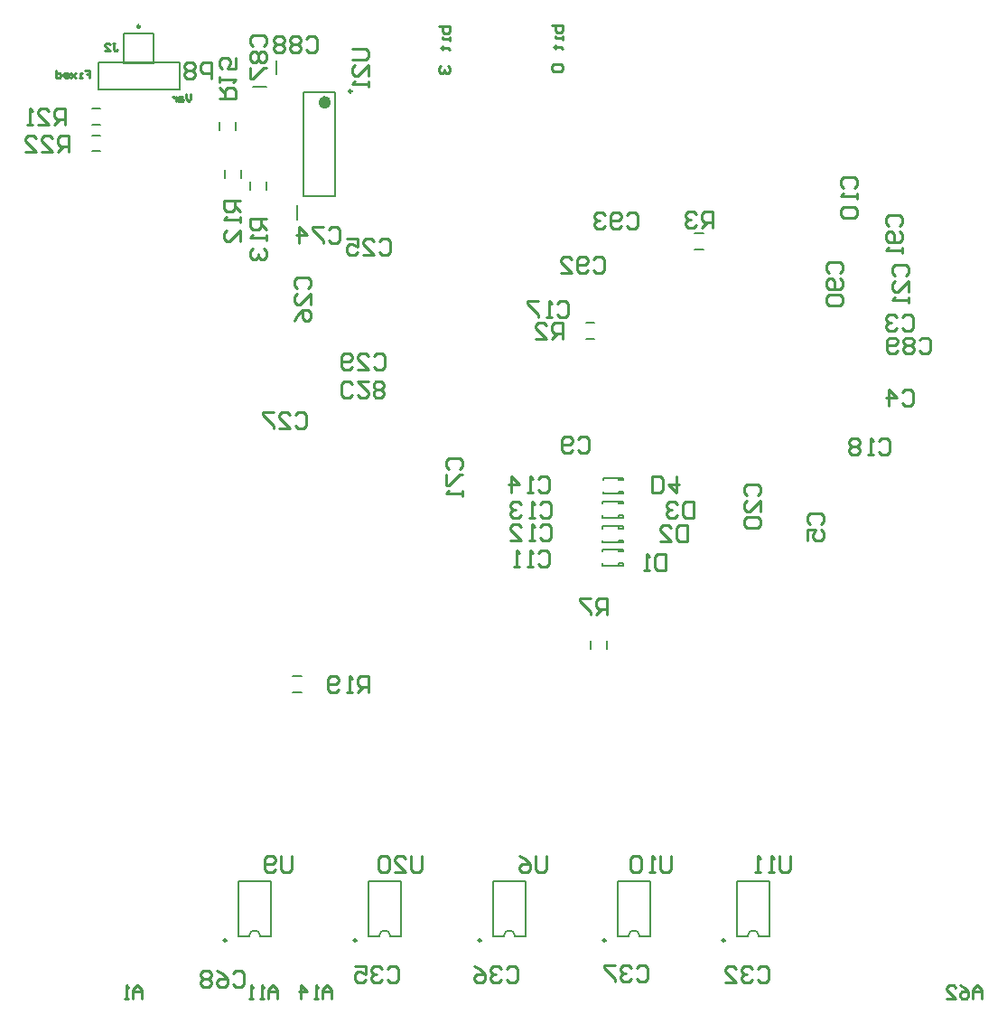
<source format=gbo>
%FSAX25Y25*%
%MOIN*%
G70*
G01*
G75*
G04 Layer_Color=32896*
%ADD10R,0.41339X0.33071*%
%ADD11R,0.04134X0.12992*%
%ADD12R,0.05118X0.05906*%
%ADD13R,0.10000X0.15000*%
%ADD14O,0.10000X0.15000*%
%ADD15R,0.20000X0.09500*%
%ADD16R,0.20000X0.04500*%
%ADD17R,0.04331X0.05512*%
%ADD18R,0.05512X0.04331*%
%ADD19R,0.08661X0.07874*%
%ADD20R,0.04331X0.06693*%
%ADD21R,0.01575X0.08465*%
%ADD22R,0.01575X0.08465*%
%ADD23R,0.06693X0.04331*%
%ADD24R,0.07874X0.08661*%
%ADD25R,0.08000X0.07200*%
%ADD26O,0.06500X0.03000*%
%ADD27R,0.06500X0.03000*%
%ADD28O,0.04000X0.20000*%
%ADD29R,0.01181X0.03169*%
%ADD30R,0.03169X0.01181*%
%ADD31R,0.26378X0.26378*%
%ADD32R,0.06496X0.01181*%
%ADD33R,0.33071X0.41339*%
%ADD34R,0.12992X0.04134*%
%ADD35R,0.04331X0.02559*%
%ADD36O,0.07480X0.02362*%
%ADD37C,0.01969*%
%ADD38O,0.02362X0.08661*%
%ADD39R,0.10236X0.05906*%
%ADD40R,0.04000X0.16000*%
%ADD41R,0.16000X0.04000*%
%ADD42R,0.05906X0.05118*%
%ADD43O,0.03150X0.00984*%
%ADD44O,0.00984X0.03150*%
%ADD45R,0.10236X0.10236*%
%ADD46C,0.03543*%
%ADD47C,0.00500*%
%ADD48C,0.03150*%
%ADD49C,0.00787*%
%ADD50C,0.01000*%
%ADD51C,0.01181*%
%ADD52C,0.01969*%
%ADD53C,0.03937*%
%ADD54C,0.02362*%
%ADD55C,0.01575*%
%ADD56C,0.00900*%
%ADD57R,0.11909X0.03543*%
%ADD58R,0.09843X0.09843*%
%ADD59C,0.09843*%
%ADD60R,0.05906X0.05906*%
%ADD61C,0.05906*%
%ADD62C,0.05000*%
%ADD63C,0.14961*%
%ADD64C,0.06299*%
%ADD65R,0.06299X0.06299*%
%ADD66C,0.02598*%
%ADD67C,0.03150*%
%ADD68R,0.05709X0.02165*%
%ADD69O,0.07874X0.01378*%
%ADD70C,0.00984*%
%ADD71C,0.00394*%
%ADD72C,0.00600*%
%ADD73C,0.00720*%
%ADD74C,0.00800*%
%ADD75C,0.00300*%
%ADD76R,0.00100X0.00100*%
%ADD77R,3.15000X0.30000*%
%ADD78R,0.42139X0.33871*%
%ADD79R,0.04934X0.13792*%
%ADD80R,0.05918X0.06706*%
%ADD81R,0.10800X0.15800*%
%ADD82O,0.10800X0.15800*%
%ADD83R,0.20800X0.10300*%
%ADD84R,0.20800X0.05300*%
%ADD85R,0.05131X0.06312*%
%ADD86R,0.06312X0.05131*%
%ADD87R,0.09461X0.08674*%
%ADD88R,0.05131X0.07493*%
%ADD89R,0.02375X0.09265*%
%ADD90R,0.02375X0.09265*%
%ADD91R,0.07493X0.05131*%
%ADD92R,0.08674X0.09461*%
%ADD93R,0.08800X0.08000*%
%ADD94O,0.07300X0.03800*%
%ADD95R,0.07300X0.03800*%
%ADD96O,0.04800X0.20800*%
%ADD97R,0.01981X0.03969*%
%ADD98R,0.03969X0.01981*%
%ADD99R,0.27178X0.27178*%
%ADD100R,0.07296X0.01981*%
%ADD101R,0.33871X0.42139*%
%ADD102R,0.13792X0.04934*%
%ADD103R,0.05131X0.03359*%
%ADD104O,0.08280X0.03162*%
%ADD105C,0.02769*%
%ADD106O,0.03162X0.09461*%
%ADD107R,0.11036X0.06706*%
%ADD108R,0.04800X0.16800*%
%ADD109R,0.16800X0.04800*%
%ADD110R,0.06706X0.05918*%
%ADD111O,0.03950X0.01784*%
%ADD112O,0.01784X0.03950*%
%ADD113R,0.11036X0.11036*%
%ADD114R,0.10642X0.10642*%
%ADD115C,0.10642*%
%ADD116R,0.06706X0.06706*%
%ADD117C,0.06706*%
%ADD118C,0.05800*%
%ADD119C,0.15761*%
%ADD120C,0.07099*%
%ADD121R,0.07099X0.07099*%
%ADD122C,0.03950*%
%ADD123R,0.06509X0.02965*%
%ADD124O,0.08674X0.02178*%
%ADD125C,0.03398*%
D49*
X0364507Y0036964D02*
G03*
X0360438Y0036964I-0002034J0000000D01*
G01*
X0320507D02*
G03*
X0316438Y0036964I-0002034J0000000D01*
G01*
X0274506D02*
G03*
X0270438Y0036964I-0002034J0000000D01*
G01*
X0228506D02*
G03*
X0224438Y0036964I-0002034J0000000D01*
G01*
X0180507D02*
G03*
X0176438Y0036964I-0002034J0000000D01*
G01*
X0314370Y0178740D02*
Y0179528D01*
X0306890Y0178740D02*
Y0179528D01*
X0314370Y0173622D02*
Y0174409D01*
X0306890Y0173622D02*
Y0174409D01*
Y0179528D02*
X0314370D01*
X0306890Y0173622D02*
X0314370D01*
X0312795Y0174409D02*
X0314370D01*
X0312795Y0173622D02*
Y0174409D01*
Y0178740D02*
Y0179528D01*
Y0178740D02*
X0314370D01*
X0314469Y0187303D02*
Y0188091D01*
X0306988Y0187303D02*
Y0188091D01*
X0314469Y0182185D02*
Y0182973D01*
X0306988Y0182185D02*
Y0182973D01*
Y0188091D02*
X0314469D01*
X0306988Y0182185D02*
X0314469D01*
X0312894Y0182973D02*
X0314469D01*
X0312894Y0182185D02*
Y0182973D01*
Y0187303D02*
Y0188091D01*
Y0187303D02*
X0314469D01*
Y0196358D02*
Y0197146D01*
X0306988Y0196358D02*
Y0197146D01*
X0314469Y0191240D02*
Y0192028D01*
X0306988Y0191240D02*
Y0192028D01*
Y0197146D02*
X0314469D01*
X0306988Y0191240D02*
X0314469D01*
X0312894Y0192028D02*
X0314469D01*
X0312894Y0191240D02*
Y0192028D01*
Y0196358D02*
Y0197146D01*
Y0196358D02*
X0314469D01*
X0314567Y0205217D02*
Y0206004D01*
X0307087Y0205217D02*
Y0206004D01*
X0314567Y0200098D02*
Y0200886D01*
X0307087Y0200098D02*
Y0200886D01*
Y0206004D02*
X0314567D01*
X0307087Y0200098D02*
X0314567D01*
X0312992Y0200886D02*
X0314567D01*
X0312992Y0200098D02*
Y0200886D01*
Y0205217D02*
Y0206004D01*
Y0205217D02*
X0314567D01*
X0340945Y0296161D02*
X0344094D01*
X0340945Y0290256D02*
X0344094D01*
X0300787Y0263091D02*
X0303937D01*
X0300787Y0257185D02*
X0303937D01*
X0171457Y0334154D02*
Y0337303D01*
X0165551Y0334154D02*
Y0337303D01*
X0173425Y0316437D02*
Y0319587D01*
X0167520Y0316437D02*
Y0319587D01*
X0192520Y0132776D02*
X0195669D01*
X0192520Y0126870D02*
X0195669D01*
X0302559Y0142815D02*
Y0145965D01*
X0308465Y0142815D02*
Y0145965D01*
X0368575Y0036964D02*
Y0057043D01*
X0356370Y0036964D02*
Y0057043D01*
X0368575D01*
X0364507Y0036964D02*
X0368575D01*
X0356370D02*
X0360438D01*
X0324575D02*
Y0057043D01*
X0312370Y0036964D02*
Y0057043D01*
X0324575D01*
X0320507Y0036964D02*
X0324575D01*
X0312370D02*
X0316438D01*
X0278575D02*
Y0057043D01*
X0266370Y0036964D02*
Y0057043D01*
X0278575D01*
X0274506Y0036964D02*
X0278575D01*
X0266370D02*
X0270438D01*
X0232575D02*
Y0057043D01*
X0220370Y0036964D02*
Y0057043D01*
X0232575D01*
X0228506Y0036964D02*
X0232575D01*
X0220370D02*
X0224438D01*
X0184575D02*
Y0057043D01*
X0172370Y0036964D02*
Y0057043D01*
X0184575D01*
X0180507Y0036964D02*
X0184575D01*
X0172370D02*
X0176438D01*
X0186614Y0354823D02*
Y0359941D01*
X0176969Y0312106D02*
Y0315256D01*
X0182874Y0312106D02*
Y0315256D01*
X0194095Y0301279D02*
Y0306398D01*
X0177756Y0350295D02*
X0182874D01*
X0208268Y0309744D02*
Y0348327D01*
X0196457Y0309744D02*
Y0348327D01*
X0208268D01*
X0196457Y0309744D02*
X0208268D01*
X0118405Y0326378D02*
X0121555D01*
X0118405Y0332283D02*
X0121555D01*
X0118504Y0342126D02*
X0121653D01*
X0118504Y0336221D02*
X0121653D01*
X0130157Y0369843D02*
X0141181D01*
X0130157Y0358819D02*
Y0369843D01*
Y0358819D02*
X0141181D01*
X0141181Y0358819D02*
Y0369843D01*
X0150669Y0349331D02*
Y0359331D01*
X0120669D02*
X0150669D01*
X0120669Y0349331D02*
Y0359331D01*
Y0349331D02*
X0150669D01*
D50*
X0220374Y0126870D02*
Y0132868D01*
X0217375D01*
X0216375Y0131869D01*
Y0129869D01*
X0217375Y0128869D01*
X0220374D01*
X0218375D02*
X0216375Y0126870D01*
X0214376D02*
X0212377D01*
X0213376D01*
Y0132868D01*
X0214376Y0131869D01*
X0209378Y0127870D02*
X0208378Y0126870D01*
X0206379D01*
X0205379Y0127870D01*
Y0131869D01*
X0206379Y0132868D01*
X0208378D01*
X0209378Y0131869D01*
Y0130869D01*
X0208378Y0129869D01*
X0205379D01*
X0165551Y0345965D02*
X0171549D01*
Y0348964D01*
X0170550Y0349963D01*
X0168550D01*
X0167551Y0348964D01*
Y0345965D01*
Y0347964D02*
X0165551Y0349963D01*
Y0351963D02*
Y0353962D01*
Y0352962D01*
X0171549D01*
X0170550Y0351963D01*
X0171549Y0360960D02*
Y0356961D01*
X0168550D01*
X0169550Y0358960D01*
Y0359960D01*
X0168550Y0360960D01*
X0166551D01*
X0165551Y0359960D01*
Y0357961D01*
X0166551Y0356961D01*
X0182972Y0301378D02*
X0176974D01*
Y0298379D01*
X0177974Y0297379D01*
X0179973D01*
X0180973Y0298379D01*
Y0301378D01*
Y0299379D02*
X0182972Y0297379D01*
Y0295380D02*
Y0293380D01*
Y0294380D01*
X0176974D01*
X0177974Y0295380D01*
Y0290382D02*
X0176974Y0289382D01*
Y0287383D01*
X0177974Y0286383D01*
X0178974D01*
X0179973Y0287383D01*
Y0288382D01*
Y0287383D01*
X0180973Y0286383D01*
X0181973D01*
X0182972Y0287383D01*
Y0289382D01*
X0181973Y0290382D01*
X0173327Y0308071D02*
X0167329D01*
Y0305072D01*
X0168328Y0304072D01*
X0170328D01*
X0171327Y0305072D01*
Y0308071D01*
Y0306071D02*
X0173327Y0304072D01*
Y0302073D02*
Y0300074D01*
Y0301073D01*
X0167329D01*
X0168328Y0302073D01*
X0173327Y0293076D02*
Y0297074D01*
X0169328Y0293076D01*
X0168328D01*
X0167329Y0294075D01*
Y0296075D01*
X0168328Y0297074D01*
X0205844Y0297518D02*
X0206843Y0298518D01*
X0208843D01*
X0209842Y0297518D01*
Y0293519D01*
X0208843Y0292520D01*
X0206843D01*
X0205844Y0293519D01*
X0203844Y0298518D02*
X0199846D01*
Y0297518D01*
X0203844Y0293519D01*
Y0292520D01*
X0194847D02*
Y0298518D01*
X0197846Y0295519D01*
X0193848D01*
X0417556Y0265038D02*
X0418556Y0266037D01*
X0420555D01*
X0421555Y0265038D01*
Y0261039D01*
X0420555Y0260039D01*
X0418556D01*
X0417556Y0261039D01*
X0415557Y0265038D02*
X0414557Y0266037D01*
X0412558D01*
X0411558Y0265038D01*
Y0264038D01*
X0412558Y0263038D01*
X0413558D01*
X0412558D01*
X0411558Y0262039D01*
Y0261039D01*
X0412558Y0260039D01*
X0414557D01*
X0415557Y0261039D01*
X0417458Y0237479D02*
X0418458Y0238478D01*
X0420457D01*
X0421457Y0237479D01*
Y0233480D01*
X0420457Y0232480D01*
X0418458D01*
X0417458Y0233480D01*
X0412460Y0232480D02*
Y0238478D01*
X0415459Y0235479D01*
X0411460D01*
X0383387Y0188816D02*
X0382388Y0189816D01*
Y0191815D01*
X0383387Y0192815D01*
X0387386D01*
X0388386Y0191815D01*
Y0189816D01*
X0387386Y0188816D01*
X0382388Y0182818D02*
Y0186817D01*
X0385387D01*
X0384387Y0184818D01*
Y0183818D01*
X0385387Y0182818D01*
X0387386D01*
X0388386Y0183818D01*
Y0185817D01*
X0387386Y0186817D01*
X0297773Y0220057D02*
X0298773Y0221057D01*
X0300772D01*
X0301772Y0220057D01*
Y0216059D01*
X0300772Y0215059D01*
X0298773D01*
X0297773Y0216059D01*
X0295774D02*
X0294774Y0215059D01*
X0292775D01*
X0291775Y0216059D01*
Y0220057D01*
X0292775Y0221057D01*
X0294774D01*
X0295774Y0220057D01*
Y0219058D01*
X0294774Y0218058D01*
X0291775D01*
X0395691Y0312930D02*
X0394691Y0313930D01*
Y0315929D01*
X0395691Y0316929D01*
X0399689D01*
X0400689Y0315929D01*
Y0313930D01*
X0399689Y0312930D01*
X0400689Y0310931D02*
Y0308932D01*
Y0309931D01*
X0394691D01*
X0395691Y0310931D01*
Y0305933D02*
X0394691Y0304933D01*
Y0302934D01*
X0395691Y0301934D01*
X0399689D01*
X0400689Y0302934D01*
Y0304933D01*
X0399689Y0305933D01*
X0395691D01*
X0283304Y0178325D02*
X0284304Y0179325D01*
X0286303D01*
X0287303Y0178325D01*
Y0174326D01*
X0286303Y0173327D01*
X0284304D01*
X0283304Y0174326D01*
X0281305Y0173327D02*
X0279306D01*
X0280305D01*
Y0179325D01*
X0281305Y0178325D01*
X0276307Y0173327D02*
X0274307D01*
X0275307D01*
Y0179325D01*
X0276307Y0178325D01*
X0283797Y0187971D02*
X0284796Y0188970D01*
X0286796D01*
X0287795Y0187971D01*
Y0183972D01*
X0286796Y0182972D01*
X0284796D01*
X0283797Y0183972D01*
X0281797Y0182972D02*
X0279798D01*
X0280798D01*
Y0188970D01*
X0281797Y0187971D01*
X0272800Y0182972D02*
X0276799D01*
X0272800Y0186971D01*
Y0187971D01*
X0273800Y0188970D01*
X0275799D01*
X0276799Y0187971D01*
X0283698Y0196239D02*
X0284698Y0197238D01*
X0286697D01*
X0287697Y0196239D01*
Y0192240D01*
X0286697Y0191240D01*
X0284698D01*
X0283698Y0192240D01*
X0281699Y0191240D02*
X0279699D01*
X0280699D01*
Y0197238D01*
X0281699Y0196239D01*
X0276700D02*
X0275701Y0197238D01*
X0273701D01*
X0272702Y0196239D01*
Y0195239D01*
X0273701Y0194239D01*
X0274701D01*
X0273701D01*
X0272702Y0193239D01*
Y0192240D01*
X0273701Y0191240D01*
X0275701D01*
X0276700Y0192240D01*
X0283304Y0205490D02*
X0284304Y0206490D01*
X0286303D01*
X0287303Y0205490D01*
Y0201492D01*
X0286303Y0200492D01*
X0284304D01*
X0283304Y0201492D01*
X0281305Y0200492D02*
X0279306D01*
X0280305D01*
Y0206490D01*
X0281305Y0205490D01*
X0273308Y0200492D02*
Y0206490D01*
X0276307Y0203491D01*
X0272308D01*
X0290293Y0270254D02*
X0291292Y0271254D01*
X0293292D01*
X0294291Y0270254D01*
Y0266256D01*
X0293292Y0265256D01*
X0291292D01*
X0290293Y0266256D01*
X0288293Y0265256D02*
X0286294D01*
X0287294D01*
Y0271254D01*
X0288293Y0270254D01*
X0283295Y0271254D02*
X0279296D01*
Y0270254D01*
X0283295Y0266256D01*
Y0265256D01*
X0408698Y0219467D02*
X0409698Y0220467D01*
X0411697D01*
X0412697Y0219467D01*
Y0215468D01*
X0411697Y0214469D01*
X0409698D01*
X0408698Y0215468D01*
X0406699Y0214469D02*
X0404699D01*
X0405699D01*
Y0220467D01*
X0406699Y0219467D01*
X0401700D02*
X0400701Y0220467D01*
X0398701D01*
X0397702Y0219467D01*
Y0218467D01*
X0398701Y0217467D01*
X0397702Y0216468D01*
Y0215468D01*
X0398701Y0214469D01*
X0400701D01*
X0401700Y0215468D01*
Y0216468D01*
X0400701Y0217467D01*
X0401700Y0218467D01*
Y0219467D01*
X0400701Y0217467D02*
X0398701D01*
X0360258Y0199446D02*
X0359258Y0200446D01*
Y0202445D01*
X0360258Y0203445D01*
X0364256D01*
X0365256Y0202445D01*
Y0200446D01*
X0364256Y0199446D01*
X0365256Y0193448D02*
Y0197447D01*
X0361257Y0193448D01*
X0360258D01*
X0359258Y0194448D01*
Y0196447D01*
X0360258Y0197447D01*
Y0191449D02*
X0359258Y0190449D01*
Y0188450D01*
X0360258Y0187450D01*
X0364256D01*
X0365256Y0188450D01*
Y0190449D01*
X0364256Y0191449D01*
X0360258D01*
X0414884Y0280352D02*
X0413884Y0281351D01*
Y0283351D01*
X0414884Y0284350D01*
X0418882D01*
X0419882Y0283351D01*
Y0281351D01*
X0418882Y0280352D01*
X0419882Y0274354D02*
Y0278352D01*
X0415883Y0274354D01*
X0414884D01*
X0413884Y0275353D01*
Y0277353D01*
X0414884Y0278352D01*
X0419882Y0272354D02*
Y0270355D01*
Y0271355D01*
X0413884D01*
X0414884Y0272354D01*
X0330118Y0177947D02*
Y0171949D01*
X0327119D01*
X0326119Y0172949D01*
Y0176947D01*
X0327119Y0177947D01*
X0330118D01*
X0324120Y0171949D02*
X0322121D01*
X0323120D01*
Y0177947D01*
X0324120Y0176947D01*
X0338189Y0188380D02*
Y0182382D01*
X0335190D01*
X0334190Y0183382D01*
Y0187380D01*
X0335190Y0188380D01*
X0338189D01*
X0328192Y0182382D02*
X0332191D01*
X0328192Y0186381D01*
Y0187380D01*
X0329192Y0188380D01*
X0331191D01*
X0332191Y0187380D01*
X0340551Y0197140D02*
Y0191142D01*
X0337552D01*
X0336553Y0192141D01*
Y0196140D01*
X0337552Y0197140D01*
X0340551D01*
X0334553Y0196140D02*
X0333553Y0197140D01*
X0331554D01*
X0330554Y0196140D01*
Y0195140D01*
X0331554Y0194141D01*
X0332554D01*
X0331554D01*
X0330554Y0193141D01*
Y0192141D01*
X0331554Y0191142D01*
X0333553D01*
X0334553Y0192141D01*
X0325098Y0200400D02*
Y0206398D01*
X0328098D01*
X0329097Y0205398D01*
Y0201399D01*
X0328098Y0200400D01*
X0325098D01*
X0334096Y0206398D02*
Y0200400D01*
X0331097Y0203399D01*
X0335095D01*
X0292323Y0257087D02*
Y0263085D01*
X0289324D01*
X0288324Y0262085D01*
Y0260086D01*
X0289324Y0259086D01*
X0292323D01*
X0290323D02*
X0288324Y0257087D01*
X0282326D02*
X0286325D01*
X0282326Y0261085D01*
Y0262085D01*
X0283326Y0263085D01*
X0285325D01*
X0286325Y0262085D01*
X0347638Y0298327D02*
Y0304325D01*
X0344639D01*
X0343639Y0303325D01*
Y0301326D01*
X0344639Y0300326D01*
X0347638D01*
X0345638D02*
X0343639Y0298327D01*
X0341640Y0303325D02*
X0340640Y0304325D01*
X0338641D01*
X0337641Y0303325D01*
Y0302326D01*
X0338641Y0301326D01*
X0339640D01*
X0338641D01*
X0337641Y0300326D01*
Y0299326D01*
X0338641Y0298327D01*
X0340640D01*
X0341640Y0299326D01*
X0308490Y0155510D02*
Y0161508D01*
X0305491D01*
X0304492Y0160509D01*
Y0158509D01*
X0305491Y0157510D01*
X0308490D01*
X0306491D02*
X0304492Y0155510D01*
X0302492Y0161508D02*
X0298494D01*
Y0160509D01*
X0302492Y0156510D01*
Y0155510D01*
X0224381Y0293159D02*
X0225380Y0294159D01*
X0227380D01*
X0228380Y0293159D01*
Y0289160D01*
X0227380Y0288161D01*
X0225380D01*
X0224381Y0289160D01*
X0218383Y0288161D02*
X0222381D01*
X0218383Y0292159D01*
Y0293159D01*
X0219382Y0294159D01*
X0221382D01*
X0222381Y0293159D01*
X0212385Y0294159D02*
X0216383D01*
Y0291160D01*
X0214384Y0292159D01*
X0213384D01*
X0212385Y0291160D01*
Y0289160D01*
X0213384Y0288161D01*
X0215384D01*
X0216383Y0289160D01*
X0194313Y0275824D02*
X0193313Y0276824D01*
Y0278823D01*
X0194313Y0279823D01*
X0198311D01*
X0199311Y0278823D01*
Y0276824D01*
X0198311Y0275824D01*
X0199311Y0269826D02*
Y0273825D01*
X0195312Y0269826D01*
X0194313D01*
X0193313Y0270826D01*
Y0272825D01*
X0194313Y0273825D01*
X0193313Y0263828D02*
X0194313Y0265827D01*
X0196312Y0267827D01*
X0198311D01*
X0199311Y0266827D01*
Y0264828D01*
X0198311Y0263828D01*
X0197312D01*
X0196312Y0264828D01*
Y0267827D01*
X0193639Y0229113D02*
X0194639Y0230112D01*
X0196638D01*
X0197638Y0229113D01*
Y0225114D01*
X0196638Y0224114D01*
X0194639D01*
X0193639Y0225114D01*
X0187641Y0224114D02*
X0191640D01*
X0187641Y0228113D01*
Y0229113D01*
X0188641Y0230112D01*
X0190640D01*
X0191640Y0229113D01*
X0185642Y0230112D02*
X0181643D01*
Y0229113D01*
X0185642Y0225114D01*
Y0224114D01*
X0214333Y0236439D02*
X0213334Y0235439D01*
X0211334D01*
X0210335Y0236439D01*
Y0240437D01*
X0211334Y0241437D01*
X0213334D01*
X0214333Y0240437D01*
X0220331Y0241437D02*
X0216333D01*
X0220331Y0237438D01*
Y0236439D01*
X0219332Y0235439D01*
X0217332D01*
X0216333Y0236439D01*
X0222331D02*
X0223330Y0235439D01*
X0225330D01*
X0226329Y0236439D01*
Y0237438D01*
X0225330Y0238438D01*
X0226329Y0239438D01*
Y0240437D01*
X0225330Y0241437D01*
X0223330D01*
X0222331Y0240437D01*
Y0239438D01*
X0223330Y0238438D01*
X0222331Y0237438D01*
Y0236439D01*
X0223330Y0238438D02*
X0225330D01*
X0222478Y0250865D02*
X0223477Y0251864D01*
X0225477D01*
X0226476Y0250865D01*
Y0246866D01*
X0225477Y0245866D01*
X0223477D01*
X0222478Y0246866D01*
X0216480Y0245866D02*
X0220478D01*
X0216480Y0249865D01*
Y0250865D01*
X0217479Y0251864D01*
X0219479D01*
X0220478Y0250865D01*
X0214480Y0246866D02*
X0213480Y0245866D01*
X0211481D01*
X0210482Y0246866D01*
Y0250865D01*
X0211481Y0251864D01*
X0213480D01*
X0214480Y0250865D01*
Y0249865D01*
X0213480Y0248865D01*
X0210482D01*
X0364111Y0024782D02*
X0365111Y0025782D01*
X0367111D01*
X0368110Y0024782D01*
Y0020783D01*
X0367111Y0019783D01*
X0365111D01*
X0364111Y0020783D01*
X0362112Y0024782D02*
X0361112Y0025782D01*
X0359113D01*
X0358114Y0024782D01*
Y0023782D01*
X0359113Y0022783D01*
X0360113D01*
X0359113D01*
X0358114Y0021783D01*
Y0020783D01*
X0359113Y0019783D01*
X0361112D01*
X0362112Y0020783D01*
X0352115Y0019783D02*
X0356114D01*
X0352115Y0023782D01*
Y0024782D01*
X0353115Y0025782D01*
X0355114D01*
X0356114Y0024782D01*
X0227497D02*
X0228497Y0025782D01*
X0230496D01*
X0231496Y0024782D01*
Y0020783D01*
X0230496Y0019783D01*
X0228497D01*
X0227497Y0020783D01*
X0225498Y0024782D02*
X0224498Y0025782D01*
X0222499D01*
X0221499Y0024782D01*
Y0023782D01*
X0222499Y0022783D01*
X0223499D01*
X0222499D01*
X0221499Y0021783D01*
Y0020783D01*
X0222499Y0019783D01*
X0224498D01*
X0225498Y0020783D01*
X0215501Y0025782D02*
X0219500D01*
Y0022783D01*
X0217501Y0023782D01*
X0216501D01*
X0215501Y0022783D01*
Y0020783D01*
X0216501Y0019783D01*
X0218500D01*
X0219500Y0020783D01*
X0271493Y0024782D02*
X0272493Y0025782D01*
X0274493D01*
X0275492Y0024782D01*
Y0020783D01*
X0274493Y0019783D01*
X0272493D01*
X0271493Y0020783D01*
X0269494Y0024782D02*
X0268494Y0025782D01*
X0266495D01*
X0265495Y0024782D01*
Y0023782D01*
X0266495Y0022783D01*
X0267495D01*
X0266495D01*
X0265495Y0021783D01*
Y0020783D01*
X0266495Y0019783D01*
X0268494D01*
X0269494Y0020783D01*
X0259497Y0025782D02*
X0261497Y0024782D01*
X0263496Y0022783D01*
Y0020783D01*
X0262496Y0019783D01*
X0260497D01*
X0259497Y0020783D01*
Y0021783D01*
X0260497Y0022783D01*
X0263496D01*
X0319525Y0025176D02*
X0320525Y0026175D01*
X0322524D01*
X0323524Y0025176D01*
Y0021177D01*
X0322524Y0020177D01*
X0320525D01*
X0319525Y0021177D01*
X0317526Y0025176D02*
X0316526Y0026175D01*
X0314527D01*
X0313527Y0025176D01*
Y0024176D01*
X0314527Y0023176D01*
X0315526D01*
X0314527D01*
X0313527Y0022176D01*
Y0021177D01*
X0314527Y0020177D01*
X0316526D01*
X0317526Y0021177D01*
X0311527Y0026175D02*
X0307529D01*
Y0025176D01*
X0311527Y0021177D01*
Y0020177D01*
X0170509Y0023207D02*
X0171509Y0024207D01*
X0173508D01*
X0174508Y0023207D01*
Y0019208D01*
X0173508Y0018209D01*
X0171509D01*
X0170509Y0019208D01*
X0164511Y0024207D02*
X0166510Y0023207D01*
X0168510Y0021208D01*
Y0019208D01*
X0167510Y0018209D01*
X0165511D01*
X0164511Y0019208D01*
Y0020208D01*
X0165511Y0021208D01*
X0168510D01*
X0162512Y0023207D02*
X0161512Y0024207D01*
X0159513D01*
X0158513Y0023207D01*
Y0022207D01*
X0159513Y0021208D01*
X0158513Y0020208D01*
Y0019208D01*
X0159513Y0018209D01*
X0161512D01*
X0162512Y0019208D01*
Y0020208D01*
X0161512Y0021208D01*
X0162512Y0022207D01*
Y0023207D01*
X0161512Y0021208D02*
X0159513D01*
X0286072Y0066438D02*
Y0061440D01*
X0285073Y0060440D01*
X0283073D01*
X0282074Y0061440D01*
Y0066438D01*
X0276076D02*
X0278075Y0065439D01*
X0280074Y0063439D01*
Y0061440D01*
X0279075Y0060440D01*
X0277075D01*
X0276076Y0061440D01*
Y0062440D01*
X0277075Y0063439D01*
X0280074D01*
X0192072Y0066438D02*
Y0061440D01*
X0191073Y0060440D01*
X0189073D01*
X0188074Y0061440D01*
Y0066438D01*
X0186074Y0061440D02*
X0185075Y0060440D01*
X0183075D01*
X0182076Y0061440D01*
Y0065439D01*
X0183075Y0066438D01*
X0185075D01*
X0186074Y0065439D01*
Y0064439D01*
X0185075Y0063439D01*
X0182076D01*
X0332072Y0066402D02*
Y0061404D01*
X0331073Y0060404D01*
X0329073D01*
X0328074Y0061404D01*
Y0066402D01*
X0326074Y0060404D02*
X0324075D01*
X0325075D01*
Y0066402D01*
X0326074Y0065402D01*
X0321076D02*
X0320076Y0066402D01*
X0318077D01*
X0317077Y0065402D01*
Y0061404D01*
X0318077Y0060404D01*
X0320076D01*
X0321076Y0061404D01*
Y0065402D01*
X0376072Y0066402D02*
Y0061404D01*
X0375073Y0060404D01*
X0373073D01*
X0372074Y0061404D01*
Y0066402D01*
X0370074Y0060404D02*
X0368075D01*
X0369075D01*
Y0066402D01*
X0370074Y0065402D01*
X0365076Y0060404D02*
X0363077D01*
X0364076D01*
Y0066402D01*
X0365076Y0065402D01*
X0240072Y0066438D02*
Y0061440D01*
X0239073Y0060440D01*
X0237073D01*
X0236074Y0061440D01*
Y0066438D01*
X0230076Y0060440D02*
X0234074D01*
X0230076Y0064439D01*
Y0065439D01*
X0231075Y0066438D01*
X0233075D01*
X0234074Y0065439D01*
X0228076D02*
X0227077Y0066438D01*
X0225077D01*
X0224078Y0065439D01*
Y0061440D01*
X0225077Y0060440D01*
X0227077D01*
X0228076Y0061440D01*
Y0065439D01*
X0250120Y0209190D02*
X0249120Y0210190D01*
Y0212189D01*
X0250120Y0213189D01*
X0254118D01*
X0255118Y0212189D01*
Y0210190D01*
X0254118Y0209190D01*
X0249120Y0207191D02*
Y0203192D01*
X0250120D01*
X0254118Y0207191D01*
X0255118D01*
Y0201193D02*
Y0199194D01*
Y0200193D01*
X0249120D01*
X0250120Y0201193D01*
X0177777Y0365096D02*
X0176778Y0366095D01*
Y0368095D01*
X0177777Y0369094D01*
X0181776D01*
X0182776Y0368095D01*
Y0366095D01*
X0181776Y0365096D01*
X0177777Y0363096D02*
X0176778Y0362097D01*
Y0360097D01*
X0177777Y0359098D01*
X0178777D01*
X0179777Y0360097D01*
X0180776Y0359098D01*
X0181776D01*
X0182776Y0360097D01*
Y0362097D01*
X0181776Y0363096D01*
X0180776D01*
X0179777Y0362097D01*
X0178777Y0363096D01*
X0177777D01*
X0179777Y0362097D02*
Y0360097D01*
X0176778Y0357098D02*
Y0353100D01*
X0177777D01*
X0181776Y0357098D01*
X0182776D01*
X0197478Y0367990D02*
X0198477Y0368990D01*
X0200477D01*
X0201476Y0367990D01*
Y0363992D01*
X0200477Y0362992D01*
X0198477D01*
X0197478Y0363992D01*
X0195478Y0367990D02*
X0194479Y0368990D01*
X0192479D01*
X0191480Y0367990D01*
Y0366991D01*
X0192479Y0365991D01*
X0191480Y0364991D01*
Y0363992D01*
X0192479Y0362992D01*
X0194479D01*
X0195478Y0363992D01*
Y0364991D01*
X0194479Y0365991D01*
X0195478Y0366991D01*
Y0367990D01*
X0194479Y0365991D02*
X0192479D01*
X0189480Y0367990D02*
X0188481Y0368990D01*
X0186481D01*
X0185482Y0367990D01*
Y0366991D01*
X0186481Y0365991D01*
X0185482Y0364991D01*
Y0363992D01*
X0186481Y0362992D01*
X0188481D01*
X0189480Y0363992D01*
Y0364991D01*
X0188481Y0365991D01*
X0189480Y0366991D01*
Y0367990D01*
X0188481Y0365991D02*
X0186481D01*
X0423856Y0256672D02*
X0424855Y0257671D01*
X0426855D01*
X0427854Y0256672D01*
Y0252673D01*
X0426855Y0251673D01*
X0424855D01*
X0423856Y0252673D01*
X0421856Y0256672D02*
X0420857Y0257671D01*
X0418857D01*
X0417858Y0256672D01*
Y0255672D01*
X0418857Y0254672D01*
X0417858Y0253673D01*
Y0252673D01*
X0418857Y0251673D01*
X0420857D01*
X0421856Y0252673D01*
Y0253673D01*
X0420857Y0254672D01*
X0421856Y0255672D01*
Y0256672D01*
X0420857Y0254672D02*
X0418857D01*
X0415858Y0252673D02*
X0414858Y0251673D01*
X0412859D01*
X0411860Y0252673D01*
Y0256672D01*
X0412859Y0257671D01*
X0414858D01*
X0415858Y0256672D01*
Y0255672D01*
X0414858Y0254672D01*
X0411860D01*
X0390474Y0281434D02*
X0389474Y0282434D01*
Y0284433D01*
X0390474Y0285433D01*
X0394473D01*
X0395472Y0284433D01*
Y0282434D01*
X0394473Y0281434D01*
Y0279435D02*
X0395472Y0278435D01*
Y0276436D01*
X0394473Y0275436D01*
X0390474D01*
X0389474Y0276436D01*
Y0278435D01*
X0390474Y0279435D01*
X0391474D01*
X0392473Y0278435D01*
Y0275436D01*
X0390474Y0273437D02*
X0389474Y0272437D01*
Y0270438D01*
X0390474Y0269438D01*
X0394473D01*
X0395472Y0270438D01*
Y0272437D01*
X0394473Y0273437D01*
X0390474D01*
X0412521Y0298954D02*
X0411522Y0299954D01*
Y0301953D01*
X0412521Y0302953D01*
X0416520D01*
X0417520Y0301953D01*
Y0299954D01*
X0416520Y0298954D01*
Y0296955D02*
X0417520Y0295955D01*
Y0293956D01*
X0416520Y0292956D01*
X0412521D01*
X0411522Y0293956D01*
Y0295955D01*
X0412521Y0296955D01*
X0413521D01*
X0414521Y0295955D01*
Y0292956D01*
X0417520Y0290957D02*
Y0288957D01*
Y0289957D01*
X0411522D01*
X0412521Y0290957D01*
X0303512Y0286490D02*
X0304511Y0287489D01*
X0306511D01*
X0307510Y0286490D01*
Y0282491D01*
X0306511Y0281491D01*
X0304511D01*
X0303512Y0282491D01*
X0301512D02*
X0300513Y0281491D01*
X0298513D01*
X0297514Y0282491D01*
Y0286490D01*
X0298513Y0287489D01*
X0300513D01*
X0301512Y0286490D01*
Y0285490D01*
X0300513Y0284490D01*
X0297514D01*
X0291515Y0281491D02*
X0295514D01*
X0291515Y0285490D01*
Y0286490D01*
X0292515Y0287489D01*
X0294514D01*
X0295514Y0286490D01*
X0315674Y0302996D02*
X0316673Y0303996D01*
X0318673D01*
X0319672Y0302996D01*
Y0298997D01*
X0318673Y0297998D01*
X0316673D01*
X0315674Y0298997D01*
X0313674D02*
X0312675Y0297998D01*
X0310675D01*
X0309676Y0298997D01*
Y0302996D01*
X0310675Y0303996D01*
X0312675D01*
X0313674Y0302996D01*
Y0301996D01*
X0312675Y0300997D01*
X0309676D01*
X0307676Y0302996D02*
X0306677Y0303996D01*
X0304677D01*
X0303678Y0302996D01*
Y0301996D01*
X0304677Y0300997D01*
X0305677D01*
X0304677D01*
X0303678Y0299997D01*
Y0298997D01*
X0304677Y0297998D01*
X0306677D01*
X0307676Y0298997D01*
X0214573Y0364272D02*
X0219571D01*
X0220571Y0363272D01*
Y0361273D01*
X0219571Y0360273D01*
X0214573D01*
X0220571Y0354275D02*
Y0358274D01*
X0216572Y0354275D01*
X0215573D01*
X0214573Y0355275D01*
Y0357274D01*
X0215573Y0358274D01*
X0220571Y0352275D02*
Y0350276D01*
Y0351276D01*
X0214573D01*
X0215573Y0352275D01*
X0108465Y0336319D02*
Y0342317D01*
X0105465D01*
X0104466Y0341317D01*
Y0339318D01*
X0105465Y0338318D01*
X0108465D01*
X0106465D02*
X0104466Y0336319D01*
X0098468D02*
X0102466D01*
X0098468Y0340318D01*
Y0341317D01*
X0099467Y0342317D01*
X0101467D01*
X0102466Y0341317D01*
X0096468Y0336319D02*
X0094469D01*
X0095469D01*
Y0342317D01*
X0096468Y0341317D01*
X0109843Y0326083D02*
Y0332081D01*
X0106843D01*
X0105844Y0331081D01*
Y0329082D01*
X0106843Y0328082D01*
X0109843D01*
X0107843D02*
X0105844Y0326083D01*
X0099846D02*
X0103844D01*
X0099846Y0330081D01*
Y0331081D01*
X0100845Y0332081D01*
X0102845D01*
X0103844Y0331081D01*
X0093848Y0326083D02*
X0097846D01*
X0093848Y0330081D01*
Y0331081D01*
X0094847Y0332081D01*
X0096847D01*
X0097846Y0331081D01*
X0162500Y0353150D02*
Y0359148D01*
X0159501D01*
X0158501Y0358148D01*
Y0356149D01*
X0159501Y0355149D01*
X0162500D01*
X0156502Y0358148D02*
X0155502Y0359148D01*
X0153503D01*
X0152503Y0358148D01*
Y0357148D01*
X0153503Y0356149D01*
X0152503Y0355149D01*
Y0354149D01*
X0153503Y0353150D01*
X0155502D01*
X0156502Y0354149D01*
Y0355149D01*
X0155502Y0356149D01*
X0156502Y0357148D01*
Y0358148D01*
X0155502Y0356149D02*
X0153503D01*
X0126018Y0366239D02*
X0126936D01*
X0126477D01*
Y0363943D01*
X0126936Y0363484D01*
X0127395D01*
X0127854Y0363943D01*
X0123263Y0363484D02*
X0125099D01*
X0123263Y0365321D01*
Y0365780D01*
X0123722Y0366239D01*
X0124640D01*
X0125099Y0365780D01*
X0136772Y0014004D02*
Y0017203D01*
X0135173Y0018802D01*
X0133573Y0017203D01*
Y0014004D01*
Y0016403D01*
X0136772D01*
X0131974Y0014004D02*
X0130375D01*
X0131174D01*
Y0018802D01*
X0131974Y0018003D01*
X0206772Y0014004D02*
Y0017203D01*
X0205173Y0018802D01*
X0203573Y0017203D01*
Y0014004D01*
Y0016403D01*
X0206772D01*
X0201974Y0014004D02*
X0200375D01*
X0201174D01*
Y0018802D01*
X0201974Y0018003D01*
X0195576Y0014004D02*
Y0018802D01*
X0197975Y0016403D01*
X0194776D01*
X0446772Y0014004D02*
Y0017203D01*
X0445173Y0018802D01*
X0443574Y0017203D01*
Y0014004D01*
Y0016403D01*
X0446772D01*
X0438775Y0018802D02*
X0440375Y0018003D01*
X0441974Y0016403D01*
Y0014804D01*
X0441174Y0014004D01*
X0439575D01*
X0438775Y0014804D01*
Y0015603D01*
X0439575Y0016403D01*
X0441974D01*
X0433977Y0014004D02*
X0437176D01*
X0433977Y0017203D01*
Y0018003D01*
X0434776Y0018802D01*
X0436376D01*
X0437176Y0018003D01*
X0186772Y0014004D02*
Y0017203D01*
X0185173Y0018802D01*
X0183573Y0017203D01*
Y0014004D01*
Y0016403D01*
X0186772D01*
X0181974Y0014004D02*
X0180375D01*
X0181174D01*
Y0018802D01*
X0181974Y0018003D01*
X0177975Y0014004D02*
X0176376D01*
X0177175D01*
Y0018802D01*
X0177975Y0018003D01*
X0154921Y0347538D02*
Y0345702D01*
X0154003Y0344783D01*
X0153085Y0345702D01*
Y0347538D01*
X0151707Y0346620D02*
X0150789D01*
X0150330Y0346161D01*
Y0344783D01*
X0151707D01*
X0152166Y0345243D01*
X0151707Y0345702D01*
X0150330D01*
X0149411Y0346620D02*
Y0344783D01*
Y0345702D01*
X0148952Y0346161D01*
X0148493Y0346620D01*
X0148034D01*
X0115683Y0356101D02*
X0117520D01*
Y0354724D01*
X0116601D01*
X0117520D01*
Y0353346D01*
X0114765D02*
X0113846D01*
X0114305D01*
Y0355183D01*
X0114765D01*
X0112469D02*
X0110632Y0353346D01*
X0111550Y0354265D01*
X0110632Y0355183D01*
X0112469Y0353346D01*
X0108336D02*
X0109255D01*
X0109714Y0353806D01*
Y0354724D01*
X0109255Y0355183D01*
X0108336D01*
X0107877Y0354724D01*
Y0354265D01*
X0109714D01*
X0105122Y0356101D02*
Y0353346D01*
X0106500D01*
X0106959Y0353806D01*
Y0354724D01*
X0106500Y0355183D01*
X0105122D01*
X0288190Y0372835D02*
X0292126D01*
Y0370867D01*
X0291470Y0370211D01*
X0290814D01*
X0290158D01*
X0289502Y0370867D01*
Y0372835D01*
X0292126Y0368899D02*
Y0367587D01*
Y0368243D01*
X0289502D01*
Y0368899D01*
X0288846Y0364963D02*
X0289502D01*
Y0365619D01*
Y0364307D01*
Y0364963D01*
X0291470D01*
X0292126Y0364307D01*
X0288846Y0358404D02*
X0288190Y0357748D01*
Y0356436D01*
X0288846Y0355780D01*
X0291470D01*
X0292126Y0356436D01*
Y0357748D01*
X0291470Y0358404D01*
X0288846D01*
X0246556Y0372342D02*
X0250492D01*
Y0370375D01*
X0249836Y0369719D01*
X0249180D01*
X0248524D01*
X0247868Y0370375D01*
Y0372342D01*
X0250492Y0368407D02*
Y0367095D01*
Y0367751D01*
X0247868D01*
Y0368407D01*
X0247212Y0364471D02*
X0247868D01*
Y0365127D01*
Y0363815D01*
Y0364471D01*
X0249836D01*
X0250492Y0363815D01*
X0247212Y0357911D02*
X0246556Y0357256D01*
Y0355944D01*
X0247212Y0355288D01*
X0247868D01*
X0248524Y0355944D01*
Y0356600D01*
Y0355944D01*
X0249180Y0355288D01*
X0249836D01*
X0250492Y0355944D01*
Y0357256D01*
X0249836Y0357911D01*
D54*
X0205512Y0344390D02*
G03*
X0205512Y0344390I-0001181J0000000D01*
G01*
D70*
X0352039Y0035291D02*
G03*
X0352039Y0035291I-0000492J0000000D01*
G01*
X0308039D02*
G03*
X0308039Y0035291I-0000492J0000000D01*
G01*
X0262039D02*
G03*
X0262039Y0035291I-0000492J0000000D01*
G01*
X0216039D02*
G03*
X0216039Y0035291I-0000492J0000000D01*
G01*
X0168039D02*
G03*
X0168039Y0035291I-0000492J0000000D01*
G01*
X0214272Y0348524D02*
G03*
X0214272Y0348524I-0000492J0000000D01*
G01*
X0136161Y0372402D02*
G03*
X0136161Y0372402I-0000492J0000000D01*
G01*
M02*

</source>
